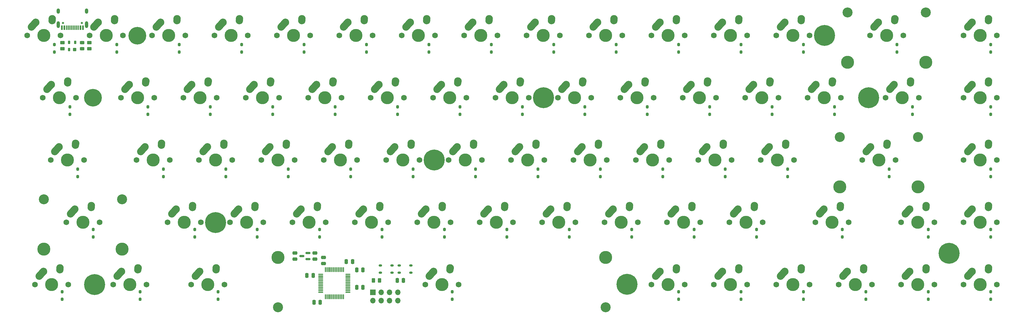
<source format=gbs>
G04 #@! TF.GenerationSoftware,KiCad,Pcbnew,(6.0.2)*
G04 #@! TF.CreationDate,2022-08-27T10:29:13-07:00*
G04 #@! TF.ProjectId,Alps68,416c7073-3638-42e6-9b69-6361645f7063,A*
G04 #@! TF.SameCoordinates,Original*
G04 #@! TF.FileFunction,Soldermask,Bot*
G04 #@! TF.FilePolarity,Negative*
%FSLAX46Y46*%
G04 Gerber Fmt 4.6, Leading zero omitted, Abs format (unit mm)*
G04 Created by KiCad (PCBNEW (6.0.2)) date 2022-08-27 10:29:13*
%MOMM*%
%LPD*%
G01*
G04 APERTURE LIST*
G04 Aperture macros list*
%AMRoundRect*
0 Rectangle with rounded corners*
0 $1 Rounding radius*
0 $2 $3 $4 $5 $6 $7 $8 $9 X,Y pos of 4 corners*
0 Add a 4 corners polygon primitive as box body*
4,1,4,$2,$3,$4,$5,$6,$7,$8,$9,$2,$3,0*
0 Add four circle primitives for the rounded corners*
1,1,$1+$1,$2,$3*
1,1,$1+$1,$4,$5*
1,1,$1+$1,$6,$7*
1,1,$1+$1,$8,$9*
0 Add four rect primitives between the rounded corners*
20,1,$1+$1,$2,$3,$4,$5,0*
20,1,$1+$1,$4,$5,$6,$7,0*
20,1,$1+$1,$6,$7,$8,$9,0*
20,1,$1+$1,$8,$9,$2,$3,0*%
%AMHorizOval*
0 Thick line with rounded ends*
0 $1 width*
0 $2 $3 position (X,Y) of the first rounded end (center of the circle)*
0 $4 $5 position (X,Y) of the second rounded end (center of the circle)*
0 Add line between two ends*
20,1,$1,$2,$3,$4,$5,0*
0 Add two circle primitives to create the rounded ends*
1,1,$1,$2,$3*
1,1,$1,$4,$5*%
G04 Aperture macros list end*
%ADD10C,3.987800*%
%ADD11C,1.750000*%
%ADD12C,2.250000*%
%ADD13HorizOval,2.250000X0.655008X0.729993X-0.655008X-0.729993X0*%
%ADD14HorizOval,2.250000X0.020004X0.290000X-0.020004X-0.290000X0*%
%ADD15C,0.800000*%
%ADD16C,6.400000*%
%ADD17C,3.048000*%
%ADD18C,5.400000*%
%ADD19RoundRect,0.160000X0.240000X-0.340000X0.240000X0.340000X-0.240000X0.340000X-0.240000X-0.340000X0*%
%ADD20RoundRect,0.150000X0.350000X0.150000X-0.350000X0.150000X-0.350000X-0.150000X0.350000X-0.150000X0*%
%ADD21RoundRect,0.250000X0.250000X0.475000X-0.250000X0.475000X-0.250000X-0.475000X0.250000X-0.475000X0*%
%ADD22RoundRect,0.250000X-0.250000X-0.475000X0.250000X-0.475000X0.250000X0.475000X-0.250000X0.475000X0*%
%ADD23RoundRect,0.250000X-0.262500X-0.450000X0.262500X-0.450000X0.262500X0.450000X-0.262500X0.450000X0*%
%ADD24RoundRect,0.250000X0.450000X-0.262500X0.450000X0.262500X-0.450000X0.262500X-0.450000X-0.262500X0*%
%ADD25RoundRect,0.250000X0.475000X-0.250000X0.475000X0.250000X-0.475000X0.250000X-0.475000X-0.250000X0*%
%ADD26C,0.650000*%
%ADD27R,0.600000X1.450000*%
%ADD28R,0.300000X1.450000*%
%ADD29O,1.000000X2.100000*%
%ADD30O,1.000000X1.600000*%
%ADD31R,1.700000X1.700000*%
%ADD32O,1.700000X1.700000*%
%ADD33RoundRect,0.200000X0.300000X0.325000X-0.300000X0.325000X-0.300000X-0.325000X0.300000X-0.325000X0*%
%ADD34RoundRect,0.120000X0.180000X0.405000X-0.180000X0.405000X-0.180000X-0.405000X0.180000X-0.405000X0*%
%ADD35RoundRect,0.150000X0.587500X0.150000X-0.587500X0.150000X-0.587500X-0.150000X0.587500X-0.150000X0*%
%ADD36RoundRect,0.075000X0.662500X0.075000X-0.662500X0.075000X-0.662500X-0.075000X0.662500X-0.075000X0*%
%ADD37RoundRect,0.075000X0.075000X0.662500X-0.075000X0.662500X-0.075000X-0.662500X0.075000X-0.662500X0*%
%ADD38RoundRect,0.243750X0.456250X-0.243750X0.456250X0.243750X-0.456250X0.243750X-0.456250X-0.243750X0*%
G04 APERTURE END LIST*
D10*
X168525000Y-54260660D03*
D11*
X163445000Y-54260660D03*
X173605000Y-54260660D03*
D12*
X166025000Y-50260660D03*
D13*
X165370008Y-50990667D03*
D14*
X171045004Y-49470660D03*
D12*
X171065000Y-49180660D03*
D11*
X235517500Y-111410660D03*
X225357500Y-111410660D03*
D10*
X230437500Y-111410660D03*
D12*
X227937500Y-107410660D03*
D13*
X227282508Y-108140667D03*
D12*
X232977500Y-106330660D03*
D14*
X232957504Y-106620660D03*
D11*
X32476250Y-130460660D03*
D10*
X37556250Y-130460660D03*
D11*
X42636250Y-130460660D03*
D12*
X35056250Y-126460660D03*
D13*
X34401258Y-127190667D03*
D14*
X40076254Y-125670660D03*
D12*
X40096250Y-125380660D03*
D11*
X192020000Y-73310660D03*
D10*
X197100000Y-73310660D03*
D11*
X202180000Y-73310660D03*
D12*
X194600000Y-69310660D03*
D13*
X193945008Y-70040667D03*
D14*
X199620004Y-68520660D03*
D12*
X199640000Y-68230660D03*
D11*
X97405000Y-54260660D03*
D10*
X92325000Y-54260660D03*
D11*
X87245000Y-54260660D03*
D12*
X89825000Y-50260660D03*
D13*
X89170008Y-50990667D03*
D14*
X94845004Y-49470660D03*
D12*
X94865000Y-49180660D03*
D11*
X59305000Y-54260660D03*
D10*
X54225000Y-54260660D03*
D11*
X49145000Y-54260660D03*
D13*
X51070008Y-50990667D03*
D12*
X51725000Y-50260660D03*
X56765000Y-49180660D03*
D14*
X56745004Y-49470660D03*
D11*
X134870000Y-73310660D03*
X145030000Y-73310660D03*
D10*
X139950000Y-73310660D03*
D13*
X136795008Y-70040667D03*
D12*
X137450000Y-69310660D03*
D14*
X142470004Y-68520660D03*
D12*
X142490000Y-68230660D03*
D11*
X215832500Y-92360660D03*
X225992500Y-92360660D03*
D10*
X220912500Y-92360660D03*
D13*
X217757508Y-89090667D03*
D12*
X218412500Y-88360660D03*
X223452500Y-87280660D03*
D14*
X223432504Y-87570660D03*
D15*
X313087676Y-122717196D03*
X313087676Y-119123084D03*
X309693564Y-119123084D03*
X309693564Y-122717196D03*
D16*
X311390620Y-120920140D03*
D15*
X311390620Y-123320140D03*
X311390620Y-118520140D03*
D11*
X292032500Y-73310660D03*
X302192500Y-73310660D03*
D10*
X297112500Y-73310660D03*
D12*
X294612500Y-69310660D03*
D13*
X293957508Y-70040667D03*
D14*
X299632504Y-68520660D03*
D12*
X299652500Y-68230660D03*
D10*
X111375000Y-54260660D03*
D11*
X106295000Y-54260660D03*
X116455000Y-54260660D03*
D12*
X108875000Y-50260660D03*
D13*
X108220008Y-50990667D03*
D12*
X113915000Y-49180660D03*
D14*
X113895004Y-49470660D03*
D11*
X277745000Y-130460660D03*
D10*
X282825000Y-130460660D03*
D11*
X287905000Y-130460660D03*
D12*
X280325000Y-126460660D03*
D13*
X279670008Y-127190667D03*
D14*
X285345004Y-125670660D03*
D12*
X285365000Y-125380660D03*
D11*
X315845000Y-73310660D03*
D10*
X320925000Y-73310660D03*
D11*
X326005000Y-73310660D03*
D12*
X318425000Y-69310660D03*
D13*
X317770008Y-70040667D03*
D14*
X323445004Y-68520660D03*
D12*
X323465000Y-68230660D03*
D11*
X82482500Y-92360660D03*
D10*
X87562500Y-92360660D03*
D11*
X92642500Y-92360660D03*
D13*
X84407508Y-89090667D03*
D12*
X85062500Y-88360660D03*
X90102500Y-87280660D03*
D14*
X90082504Y-87570660D03*
D11*
X78355000Y-54260660D03*
D10*
X73275000Y-54260660D03*
D11*
X68195000Y-54260660D03*
D12*
X70775000Y-50260660D03*
D13*
X70120008Y-50990667D03*
D12*
X75815000Y-49180660D03*
D14*
X75795004Y-49470660D03*
D11*
X130742500Y-92360660D03*
D10*
X125662500Y-92360660D03*
D11*
X120582500Y-92360660D03*
D13*
X122507508Y-89090667D03*
D12*
X123162500Y-88360660D03*
D14*
X128182504Y-87570660D03*
D12*
X128202500Y-87280660D03*
D11*
X115820000Y-73310660D03*
D10*
X120900000Y-73310660D03*
D11*
X125980000Y-73310660D03*
D12*
X118400000Y-69310660D03*
D13*
X117745008Y-70040667D03*
D14*
X123420004Y-68520660D03*
D12*
X123440000Y-68230660D03*
D11*
X216467500Y-111410660D03*
X206307500Y-111410660D03*
D10*
X211387500Y-111410660D03*
D13*
X208232508Y-108140667D03*
D12*
X208887500Y-107410660D03*
X213927500Y-106330660D03*
D14*
X213907504Y-106620660D03*
D10*
X259012500Y-92360660D03*
D11*
X264092500Y-92360660D03*
X253932500Y-92360660D03*
D13*
X255857508Y-89090667D03*
D12*
X256512500Y-88360660D03*
X261552500Y-87280660D03*
D14*
X261532504Y-87570660D03*
D17*
X35143250Y-104425660D03*
D10*
X59019250Y-119665660D03*
D11*
X52161250Y-111410660D03*
D10*
X35143250Y-119665660D03*
D11*
X42001250Y-111410660D03*
D17*
X59019250Y-104425660D03*
D10*
X47081250Y-111410660D03*
D12*
X44581250Y-107410660D03*
D13*
X43926258Y-108140667D03*
D14*
X49601254Y-106620660D03*
D12*
X49621250Y-106330660D03*
D11*
X278380000Y-73310660D03*
D10*
X273300000Y-73310660D03*
D11*
X268220000Y-73310660D03*
D13*
X270145008Y-70040667D03*
D12*
X270800000Y-69310660D03*
X275840000Y-68230660D03*
D14*
X275820004Y-68520660D03*
D11*
X192655000Y-54260660D03*
D10*
X187575000Y-54260660D03*
D11*
X182495000Y-54260660D03*
D13*
X184420008Y-50990667D03*
D12*
X185075000Y-50260660D03*
X190115000Y-49180660D03*
D14*
X190095004Y-49470660D03*
D11*
X168842500Y-92360660D03*
X158682500Y-92360660D03*
D10*
X163762500Y-92360660D03*
D12*
X161262500Y-88360660D03*
D13*
X160607508Y-89090667D03*
D14*
X166282504Y-87570660D03*
D12*
X166302500Y-87280660D03*
D11*
X56288750Y-130460660D03*
X66448750Y-130460660D03*
D10*
X61368750Y-130460660D03*
D12*
X58868750Y-126460660D03*
D13*
X58213758Y-127190667D03*
D14*
X63888754Y-125670660D03*
D12*
X63908750Y-125380660D03*
D11*
X73592500Y-92360660D03*
D10*
X68512500Y-92360660D03*
D11*
X63432500Y-92360660D03*
D13*
X65357508Y-89090667D03*
D12*
X66012500Y-88360660D03*
D14*
X71032504Y-87570660D03*
D12*
X71052500Y-87280660D03*
D11*
X40255000Y-54260660D03*
D10*
X35175000Y-54260660D03*
D11*
X30095000Y-54260660D03*
D12*
X32675000Y-50260660D03*
D13*
X32020008Y-50990667D03*
D14*
X37695004Y-49470660D03*
D12*
X37715000Y-49180660D03*
D18*
X63659140Y-54347020D03*
D11*
X187257500Y-111410660D03*
X197417500Y-111410660D03*
D10*
X192337500Y-111410660D03*
D12*
X189837500Y-107410660D03*
D13*
X189182508Y-108140667D03*
D14*
X194857504Y-106620660D03*
D12*
X194877500Y-106330660D03*
D11*
X121217500Y-111410660D03*
D10*
X116137500Y-111410660D03*
D11*
X111057500Y-111410660D03*
D13*
X112982508Y-108140667D03*
D12*
X113637500Y-107410660D03*
D14*
X118657504Y-106620660D03*
D12*
X118677500Y-106330660D03*
D11*
X240280000Y-73310660D03*
D10*
X235200000Y-73310660D03*
D11*
X230120000Y-73310660D03*
D12*
X232700000Y-69310660D03*
D13*
X232045008Y-70040667D03*
D14*
X237720004Y-68520660D03*
D12*
X237740000Y-68230660D03*
D11*
X130107500Y-111410660D03*
D10*
X135187500Y-111410660D03*
D11*
X140267500Y-111410660D03*
D13*
X132032508Y-108140667D03*
D12*
X132687500Y-107410660D03*
X137727500Y-106330660D03*
D14*
X137707504Y-106620660D03*
D10*
X39937500Y-73310660D03*
D11*
X45017500Y-73310660D03*
X34857500Y-73310660D03*
D13*
X36782508Y-70040667D03*
D12*
X37437500Y-69310660D03*
X42477500Y-68230660D03*
D14*
X42457504Y-68520660D03*
D10*
X78037500Y-111410660D03*
D11*
X72957500Y-111410660D03*
X83117500Y-111410660D03*
D12*
X75537500Y-107410660D03*
D13*
X74882508Y-108140667D03*
D12*
X80577500Y-106330660D03*
D14*
X80557504Y-106620660D03*
D11*
X178367500Y-111410660D03*
X168207500Y-111410660D03*
D10*
X173287500Y-111410660D03*
D12*
X170787500Y-107410660D03*
D13*
X170132508Y-108140667D03*
D14*
X175807504Y-106620660D03*
D12*
X175827500Y-106330660D03*
D10*
X320925000Y-130460660D03*
D11*
X315845000Y-130460660D03*
X326005000Y-130460660D03*
D13*
X317770008Y-127190667D03*
D12*
X318425000Y-126460660D03*
D14*
X323445004Y-125670660D03*
D12*
X323465000Y-125380660D03*
D10*
X201862500Y-92360660D03*
D11*
X206942500Y-92360660D03*
X196782500Y-92360660D03*
D12*
X199362500Y-88360660D03*
D13*
X198707508Y-89090667D03*
D12*
X204402500Y-87280660D03*
D14*
X204382504Y-87570660D03*
D10*
X42318750Y-92360660D03*
D11*
X47398750Y-92360660D03*
X37238750Y-92360660D03*
D13*
X39163758Y-89090667D03*
D12*
X39818750Y-88360660D03*
D14*
X44838754Y-87570660D03*
D12*
X44858750Y-87280660D03*
D11*
X111692500Y-92360660D03*
D10*
X106612500Y-92360660D03*
D11*
X101532500Y-92360660D03*
D13*
X103457508Y-89090667D03*
D12*
X104112500Y-88360660D03*
X109152500Y-87280660D03*
D14*
X109132504Y-87570660D03*
D10*
X320925000Y-92360660D03*
D11*
X326005000Y-92360660D03*
X315845000Y-92360660D03*
D12*
X318425000Y-88360660D03*
D13*
X317770008Y-89090667D03*
D14*
X323445004Y-87570660D03*
D12*
X323465000Y-87280660D03*
D10*
X216150000Y-73310660D03*
D11*
X211070000Y-73310660D03*
X221230000Y-73310660D03*
D12*
X213650000Y-69310660D03*
D13*
X212995008Y-70040667D03*
D14*
X218670004Y-68520660D03*
D12*
X218690000Y-68230660D03*
D11*
X326005000Y-54260660D03*
X315845000Y-54260660D03*
D10*
X320925000Y-54260660D03*
D12*
X318425000Y-50260660D03*
D13*
X317770008Y-50990667D03*
D14*
X323445004Y-49470660D03*
D12*
X323465000Y-49180660D03*
D11*
X211705000Y-54260660D03*
X201545000Y-54260660D03*
D10*
X206625000Y-54260660D03*
D12*
X204125000Y-50260660D03*
D13*
X203470008Y-50990667D03*
D12*
X209165000Y-49180660D03*
D14*
X209145004Y-49470660D03*
D11*
X270601250Y-111410660D03*
D10*
X275681250Y-111410660D03*
D11*
X280761250Y-111410660D03*
D12*
X273181250Y-107410660D03*
D13*
X272526258Y-108140667D03*
D12*
X278221250Y-106330660D03*
D14*
X278201254Y-106620660D03*
D10*
X154237500Y-111410660D03*
D11*
X149157500Y-111410660D03*
X159317500Y-111410660D03*
D13*
X151082508Y-108140667D03*
D12*
X151737500Y-107410660D03*
X156777500Y-106330660D03*
D14*
X156757504Y-106620660D03*
D11*
X244407500Y-111410660D03*
X254567500Y-111410660D03*
D10*
X249487500Y-111410660D03*
D12*
X246987500Y-107410660D03*
D13*
X246332508Y-108140667D03*
D14*
X252007504Y-106620660D03*
D12*
X252027500Y-106330660D03*
D11*
X125345000Y-54260660D03*
D10*
X130425000Y-54260660D03*
D11*
X135505000Y-54260660D03*
D12*
X127925000Y-50260660D03*
D13*
X127270008Y-50990667D03*
D14*
X132945004Y-49470660D03*
D12*
X132965000Y-49180660D03*
D11*
X295048750Y-92360660D03*
D10*
X278030750Y-100615660D03*
X301906750Y-100615660D03*
D11*
X284888750Y-92360660D03*
D17*
X278030750Y-85375660D03*
D10*
X289968750Y-92360660D03*
D17*
X301906750Y-85375660D03*
D12*
X287468750Y-88360660D03*
D13*
X286813758Y-89090667D03*
D12*
X292508750Y-87280660D03*
D14*
X292488754Y-87570660D03*
D11*
X306955000Y-130460660D03*
D10*
X301875000Y-130460660D03*
D11*
X296795000Y-130460660D03*
D12*
X299375000Y-126460660D03*
D13*
X298720008Y-127190667D03*
D14*
X304395004Y-125670660D03*
D12*
X304415000Y-125380660D03*
D15*
X187600980Y-75710660D03*
X189298036Y-71513604D03*
D16*
X187600980Y-73310660D03*
D15*
X185903924Y-75107716D03*
X185903924Y-71513604D03*
X189298036Y-75107716D03*
X187600980Y-70910660D03*
D16*
X273366620Y-54301300D03*
D15*
X271669564Y-56098356D03*
X273366620Y-51901300D03*
X271669564Y-52504244D03*
X275063676Y-56098356D03*
X273366620Y-56701300D03*
X275063676Y-52504244D03*
X52341236Y-128638204D03*
X52341236Y-132232316D03*
X50644180Y-132835260D03*
X48947124Y-128638204D03*
X50644180Y-128035260D03*
D16*
X50644180Y-130435260D03*
D15*
X48947124Y-132232316D03*
D11*
X144395000Y-54260660D03*
D10*
X149475000Y-54260660D03*
D11*
X154555000Y-54260660D03*
D12*
X146975000Y-50260660D03*
D13*
X146320008Y-50990667D03*
D14*
X151995004Y-49470660D03*
D12*
X152015000Y-49180660D03*
D15*
X155973236Y-90563604D03*
D16*
X154276180Y-92360660D03*
D15*
X155973236Y-94157716D03*
X154276180Y-89960660D03*
X152579124Y-90563604D03*
X154276180Y-94760660D03*
X152579124Y-94157716D03*
D10*
X244725000Y-130460660D03*
D11*
X239645000Y-130460660D03*
X249805000Y-130460660D03*
D12*
X242225000Y-126460660D03*
D13*
X241570008Y-127190667D03*
D14*
X247245004Y-125670660D03*
D12*
X247265000Y-125380660D03*
D10*
X206618650Y-122205660D03*
D17*
X106618850Y-137445660D03*
D10*
X106618850Y-122205660D03*
X156618750Y-130460660D03*
D17*
X206618650Y-137445660D03*
D11*
X151538750Y-130460660D03*
X161698750Y-130460660D03*
D13*
X153463758Y-127190667D03*
D12*
X154118750Y-126460660D03*
D14*
X159138754Y-125670660D03*
D12*
X159158750Y-125380660D03*
D10*
X85181250Y-130460660D03*
D11*
X80101250Y-130460660D03*
X90261250Y-130460660D03*
D13*
X82026258Y-127190667D03*
D12*
X82681250Y-126460660D03*
X87721250Y-125380660D03*
D14*
X87701254Y-125670660D03*
D10*
X225675000Y-130460660D03*
D11*
X230755000Y-130460660D03*
X220595000Y-130460660D03*
D13*
X222520008Y-127190667D03*
D12*
X223175000Y-126460660D03*
X228215000Y-125380660D03*
D14*
X228195004Y-125670660D03*
D10*
X263775000Y-54260660D03*
D11*
X268855000Y-54260660D03*
X258695000Y-54260660D03*
D12*
X261275000Y-50260660D03*
D13*
X260620008Y-50990667D03*
D14*
X266295004Y-49470660D03*
D12*
X266315000Y-49180660D03*
D11*
X153920000Y-73310660D03*
D10*
X159000000Y-73310660D03*
D11*
X164080000Y-73310660D03*
D12*
X156500000Y-69310660D03*
D13*
X155845008Y-70040667D03*
D14*
X161520004Y-68520660D03*
D12*
X161540000Y-68230660D03*
D10*
X182812500Y-92360660D03*
D11*
X187892500Y-92360660D03*
X177732500Y-92360660D03*
D13*
X179657508Y-89090667D03*
D12*
X180312500Y-88360660D03*
D14*
X185332504Y-87570660D03*
D12*
X185352500Y-87280660D03*
D11*
X96770000Y-73310660D03*
X106930000Y-73310660D03*
D10*
X101850000Y-73310660D03*
D12*
X99350000Y-69310660D03*
D13*
X98695008Y-70040667D03*
D14*
X104370004Y-68520660D03*
D12*
X104390000Y-68230660D03*
D11*
X68830000Y-73310660D03*
D10*
X63750000Y-73310660D03*
D11*
X58670000Y-73310660D03*
D12*
X61250000Y-69310660D03*
D13*
X60595008Y-70040667D03*
D12*
X66290000Y-68230660D03*
D14*
X66270004Y-68520660D03*
D18*
X50146340Y-73320820D03*
D15*
X87570700Y-109056380D03*
X89267756Y-113253436D03*
D16*
X87570700Y-111456380D03*
D15*
X89267756Y-109659324D03*
X87570700Y-113856380D03*
X85873644Y-113253436D03*
X85873644Y-109659324D03*
D10*
X244725000Y-54260660D03*
D11*
X249805000Y-54260660D03*
X239645000Y-54260660D03*
D13*
X241570008Y-50990667D03*
D12*
X242225000Y-50260660D03*
X247265000Y-49180660D03*
D14*
X247245004Y-49470660D03*
D11*
X326005000Y-111410660D03*
D10*
X320925000Y-111410660D03*
D11*
X315845000Y-111410660D03*
D12*
X318425000Y-107410660D03*
D13*
X317770008Y-108140667D03*
D12*
X323465000Y-106330660D03*
D14*
X323445004Y-106620660D03*
D10*
X254250000Y-73310660D03*
D11*
X259330000Y-73310660D03*
X249170000Y-73310660D03*
D12*
X251750000Y-69310660D03*
D13*
X251095008Y-70040667D03*
D14*
X256770004Y-68520660D03*
D12*
X256790000Y-68230660D03*
D11*
X258695000Y-130460660D03*
D10*
X263775000Y-130460660D03*
D11*
X268855000Y-130460660D03*
D13*
X260620008Y-127190667D03*
D12*
X261275000Y-126460660D03*
D14*
X266295004Y-125670660D03*
D12*
X266315000Y-125380660D03*
D11*
X220595000Y-54260660D03*
X230755000Y-54260660D03*
D10*
X225675000Y-54260660D03*
D12*
X223175000Y-50260660D03*
D13*
X222520008Y-50990667D03*
D14*
X228195004Y-49470660D03*
D12*
X228215000Y-49180660D03*
D10*
X144712500Y-92360660D03*
D11*
X139632500Y-92360660D03*
X149792500Y-92360660D03*
D13*
X141557508Y-89090667D03*
D12*
X142212500Y-88360660D03*
X147252500Y-87280660D03*
D14*
X147232504Y-87570660D03*
D10*
X97087500Y-111410660D03*
D11*
X92007500Y-111410660D03*
X102167500Y-111410660D03*
D13*
X93932508Y-108140667D03*
D12*
X94587500Y-107410660D03*
D14*
X99607504Y-106620660D03*
D12*
X99627500Y-106330660D03*
D16*
X213102580Y-130343820D03*
D15*
X211405524Y-132140876D03*
X213102580Y-132743820D03*
X213102580Y-127943820D03*
X214799636Y-128546764D03*
X211405524Y-128546764D03*
X214799636Y-132140876D03*
D10*
X292350000Y-54260660D03*
D17*
X304288000Y-47275660D03*
D11*
X297430000Y-54260660D03*
D17*
X280412000Y-47275660D03*
D11*
X287270000Y-54260660D03*
D10*
X280412000Y-62515660D03*
X304288000Y-62515660D03*
D12*
X289850000Y-50260660D03*
D13*
X289195008Y-50990667D03*
D14*
X294870004Y-49470660D03*
D12*
X294890000Y-49180660D03*
D10*
X301875000Y-111410660D03*
D11*
X296795000Y-111410660D03*
X306955000Y-111410660D03*
D13*
X298720008Y-108140667D03*
D12*
X299375000Y-107410660D03*
D14*
X304395004Y-106620660D03*
D12*
X304415000Y-106330660D03*
D10*
X239962500Y-92360660D03*
D11*
X234882500Y-92360660D03*
X245042500Y-92360660D03*
D13*
X236807508Y-89090667D03*
D12*
X237462500Y-88360660D03*
D14*
X242482504Y-87570660D03*
D12*
X242502500Y-87280660D03*
D15*
X285146804Y-71478044D03*
X288540916Y-75072156D03*
X288540916Y-71478044D03*
X285146804Y-75072156D03*
X286843860Y-70875100D03*
D16*
X286843860Y-73275100D03*
D15*
X286843860Y-75675100D03*
D11*
X87880000Y-73310660D03*
X77720000Y-73310660D03*
D10*
X82800000Y-73310660D03*
D12*
X80300000Y-69310660D03*
D13*
X79645008Y-70040667D03*
D12*
X85340000Y-68230660D03*
D14*
X85320004Y-68520660D03*
D10*
X178050000Y-73310660D03*
D11*
X183130000Y-73310660D03*
X172970000Y-73310660D03*
D13*
X174895008Y-70040667D03*
D12*
X175550000Y-69310660D03*
D14*
X180570004Y-68520660D03*
D12*
X180590000Y-68230660D03*
D19*
X233612500Y-115940119D03*
X233612500Y-113640119D03*
X238375000Y-78410660D03*
X238375000Y-76110660D03*
D20*
X147200200Y-124655400D03*
X143650200Y-124655400D03*
X147200200Y-126855400D03*
X143650200Y-126855400D03*
D19*
X305050000Y-134960660D03*
X305050000Y-132660660D03*
X100262500Y-115940119D03*
X100262500Y-113640119D03*
X190750000Y-59360660D03*
X190750000Y-57060660D03*
X162175000Y-78410660D03*
X162175000Y-76110660D03*
X324100000Y-115940119D03*
X324100000Y-113640119D03*
X57400000Y-59360660D03*
X57400000Y-57060660D03*
X257425000Y-78410660D03*
X257425000Y-76110660D03*
X95500000Y-59360660D03*
X95500000Y-57060660D03*
X214562500Y-115940119D03*
X214562500Y-113640119D03*
X185987500Y-97460660D03*
X185987500Y-95160660D03*
X90737500Y-97460660D03*
X90737500Y-95160660D03*
X324100000Y-134960660D03*
X324100000Y-132660660D03*
D21*
X144917200Y-129184400D03*
X143017200Y-129184400D03*
D19*
X181225000Y-78410660D03*
X181225000Y-76110660D03*
X147887500Y-97460660D03*
X147887500Y-95160660D03*
D22*
X130618000Y-131349660D03*
X132518000Y-131349660D03*
D19*
X159793750Y-134960660D03*
X159793750Y-132660660D03*
X247900000Y-134960660D03*
X247900000Y-132660660D03*
X119312500Y-115940119D03*
X119312500Y-113640119D03*
X247900000Y-59360660D03*
X247900000Y-57060660D03*
D20*
X141417200Y-124661660D03*
X137867200Y-124661660D03*
X137867200Y-126861660D03*
X141417200Y-126861660D03*
D19*
X195512500Y-115940119D03*
X195512500Y-113640119D03*
X64543750Y-134960660D03*
X64543750Y-132660660D03*
D23*
X135735500Y-129190660D03*
X137560500Y-129190660D03*
D19*
X324100000Y-97460660D03*
X324100000Y-95160660D03*
X85975000Y-78410660D03*
X85975000Y-76110660D03*
D24*
X49018000Y-58297360D03*
X49018000Y-56472360D03*
D19*
X50256250Y-115940119D03*
X50256250Y-113640119D03*
X88356250Y-134960660D03*
X88356250Y-132660660D03*
X66925000Y-78410660D03*
X66925000Y-76110660D03*
X228850000Y-59360660D03*
X228850000Y-57060660D03*
X300287500Y-78410660D03*
X300287500Y-76110660D03*
D25*
X117852000Y-122698460D03*
X117852000Y-120798460D03*
D19*
X143125000Y-78410660D03*
X143125000Y-76110660D03*
X219325000Y-78410660D03*
X219325000Y-76110660D03*
X286000000Y-134960660D03*
X286000000Y-132660660D03*
X105025000Y-78410660D03*
X105025000Y-76110660D03*
X40731250Y-134960660D03*
X40731250Y-132660660D03*
X262187500Y-97460660D03*
X262187500Y-95160660D03*
D26*
X40982340Y-50449720D03*
X46762340Y-50449720D03*
D27*
X40622340Y-51894720D03*
X41422340Y-51894720D03*
D28*
X42622340Y-51894720D03*
X43622340Y-51894720D03*
X44122340Y-51894720D03*
X45122340Y-51894720D03*
D27*
X46322340Y-51894720D03*
X47122340Y-51894720D03*
X47122340Y-51894720D03*
X46322340Y-51894720D03*
D28*
X45622340Y-51894720D03*
X44622340Y-51894720D03*
X43122340Y-51894720D03*
X42122340Y-51894720D03*
D27*
X41422340Y-51894720D03*
X40622340Y-51894720D03*
D29*
X48192340Y-50979720D03*
D30*
X39552340Y-46799720D03*
X48192340Y-46799720D03*
D29*
X39552340Y-50979720D03*
D31*
X135527693Y-132859424D03*
D32*
X135527693Y-135399424D03*
X138067693Y-132859424D03*
X138067693Y-135399424D03*
X140607693Y-132859424D03*
X140607693Y-135399424D03*
X143147693Y-132859424D03*
X143147693Y-135399424D03*
D19*
X228850000Y-134960660D03*
X228850000Y-132660660D03*
D33*
X44581000Y-58611860D03*
D34*
X42861000Y-58611860D03*
X42861000Y-56411860D03*
X44761000Y-56411860D03*
D25*
X120519000Y-124044660D03*
X120519000Y-122144660D03*
D19*
X176462500Y-115940119D03*
X176462500Y-113640119D03*
X114550000Y-59360660D03*
X114550000Y-57060660D03*
X324100000Y-78410660D03*
X324100000Y-76110660D03*
D21*
X119513200Y-135921660D03*
X117613200Y-135921660D03*
D19*
X278856250Y-115940119D03*
X278856250Y-113640119D03*
D35*
X115741500Y-120798460D03*
X115741500Y-122698460D03*
X113866500Y-121748460D03*
D19*
X128837500Y-97460660D03*
X128837500Y-95160660D03*
X133600000Y-59360660D03*
X133600000Y-57060660D03*
X81212500Y-115940119D03*
X81212500Y-113640119D03*
X109787500Y-97460660D03*
X109787500Y-95160660D03*
X205037500Y-97460660D03*
X205037500Y-95160660D03*
X243137500Y-97460660D03*
X243137500Y-95160660D03*
D25*
X111756000Y-122698460D03*
X111756000Y-120798460D03*
D19*
X171700000Y-59360660D03*
X171700000Y-57060660D03*
X76450000Y-59360660D03*
X76450000Y-57060660D03*
X266950000Y-134960660D03*
X266950000Y-132660660D03*
X200275000Y-78410660D03*
X200275000Y-76110660D03*
X157412500Y-115940119D03*
X157412500Y-113640119D03*
X266950000Y-59360660D03*
X266950000Y-57060660D03*
X43112500Y-78410660D03*
X43112500Y-76110660D03*
X324100000Y-59360660D03*
X324100000Y-57060660D03*
X293143750Y-97460660D03*
X293143750Y-95160660D03*
X45493750Y-97460660D03*
X45493750Y-95160660D03*
D36*
X127983500Y-127304260D03*
X127983500Y-127804260D03*
X127983500Y-128304260D03*
X127983500Y-128804260D03*
X127983500Y-129304260D03*
X127983500Y-129804260D03*
X127983500Y-130304260D03*
X127983500Y-130804260D03*
X127983500Y-131304260D03*
X127983500Y-131804260D03*
X127983500Y-132304260D03*
X127983500Y-132804260D03*
D37*
X126571000Y-134216760D03*
X126071000Y-134216760D03*
X125571000Y-134216760D03*
X125071000Y-134216760D03*
X124571000Y-134216760D03*
X124071000Y-134216760D03*
X123571000Y-134216760D03*
X123071000Y-134216760D03*
X122571000Y-134216760D03*
X122071000Y-134216760D03*
X121571000Y-134216760D03*
X121071000Y-134216760D03*
D36*
X119658500Y-132804260D03*
X119658500Y-132304260D03*
X119658500Y-131804260D03*
X119658500Y-131304260D03*
X119658500Y-130804260D03*
X119658500Y-130304260D03*
X119658500Y-129804260D03*
X119658500Y-129304260D03*
X119658500Y-128804260D03*
X119658500Y-128304260D03*
X119658500Y-127804260D03*
X119658500Y-127304260D03*
D37*
X121071000Y-125891760D03*
X121571000Y-125891760D03*
X122071000Y-125891760D03*
X122571000Y-125891760D03*
X123071000Y-125891760D03*
X123571000Y-125891760D03*
X124071000Y-125891760D03*
X124571000Y-125891760D03*
X125071000Y-125891760D03*
X125571000Y-125891760D03*
X126071000Y-125891760D03*
X126571000Y-125891760D03*
D19*
X38350000Y-59360660D03*
X38350000Y-57060660D03*
D24*
X40811000Y-58297360D03*
X40811000Y-56472360D03*
D19*
X209800000Y-59360660D03*
X209800000Y-57060660D03*
X224087500Y-97460660D03*
X224087500Y-95160660D03*
X124075000Y-78410660D03*
X124075000Y-76110660D03*
D22*
X127447000Y-123435660D03*
X129347000Y-123435660D03*
D19*
X295525000Y-59360660D03*
X295525000Y-57060660D03*
X276475000Y-78410660D03*
X276475000Y-76110660D03*
X71687500Y-97460660D03*
X71687500Y-95160660D03*
X152650000Y-59360660D03*
X152650000Y-57060660D03*
X166937500Y-97460660D03*
X166937500Y-95160660D03*
D22*
X130618000Y-126015660D03*
X132518000Y-126015660D03*
D21*
X117344000Y-127692060D03*
X115444000Y-127692060D03*
D19*
X252662500Y-115940119D03*
X252662500Y-113640119D03*
X305050000Y-115940119D03*
X305050000Y-113640119D03*
D38*
X46811000Y-58322360D03*
X46811000Y-56447360D03*
D19*
X138362500Y-115940119D03*
X138362500Y-113640119D03*
M02*

</source>
